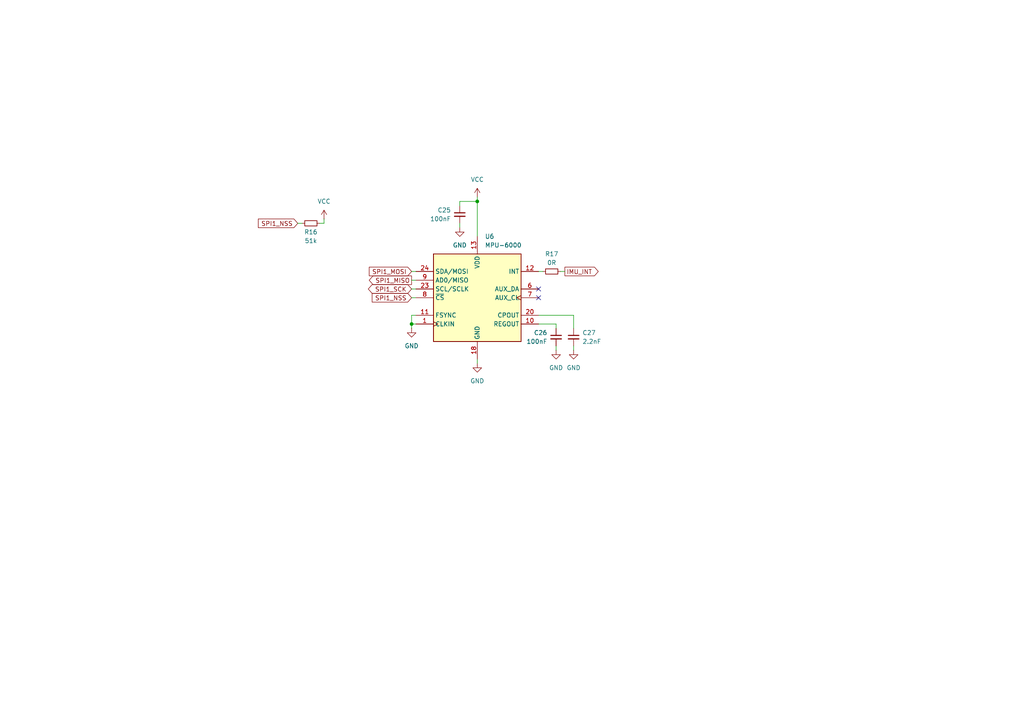
<source format=kicad_sch>
(kicad_sch (version 20231120) (generator "eeschema") (generator_version "8.0")
  (paper "A4")
  (lib_symbols
    (symbol "Device:C_Small" (pin_numbers hide) (pin_names (offset 0.254) hide)
      (property "Reference" "C" (at 0.254 1.778 0))
      (property "Value" "C_Small" (at 0.254 -2.032 0))
      (symbol "C_Small_0_1"
        (polyline (pts (xy -1.524 -0.508) (xy 1.524 -0.508)) (stroke (width 0.3302)))
        (polyline (pts (xy -1.524 0.508) (xy 1.524 0.508)) (stroke (width 0.3048)))
      )
      (symbol "C_Small_1_1"
        (pin passive line (at 0 2.54 270) (length 2.032) (name "~") (number "1"))
        (pin passive line (at 0 -2.54 90) (length 2.032) (name "~") (number "2"))
      )
    )
    (symbol "Device:R_Small" (pin_numbers hide) (pin_names (offset 0.254) hide)
      (property "Reference" "R" (at 0.762 0.508 0))
      (property "Value" "R_Small" (at 0.762 -1.016 0))
      (symbol "R_Small_0_1"
        (rectangle (start -0.762 1.778) (end 0.762 -1.778) (stroke (width 0.2032)))
      )
      (symbol "R_Small_1_1"
        (pin passive line (at 0 2.54 270) (length 0.762) (name "~") (number "1"))
        (pin passive line (at 0 -2.54 90) (length 0.762) (name "~") (number "2"))
      )
    )
    (symbol "Sensor_Motion:MPU-6000"
      (property "Reference" "U" (at -11.43 13.97 0))
      (property "Value" "MPU-6000" (at 7.62 -13.97 0))
      (symbol "MPU-6000_0_1"
        (rectangle (start -12.7 12.7) (end 12.7 -12.7) (stroke (width 0.254)) (fill (type background)))
      )
      (symbol "MPU-6000_1_1"
        (pin input clock (at -17.78 -7.62 0) (length 5.08) (name "CLKIN") (number "1"))
        (pin passive line (at 17.78 -7.62 180) (length 5.08) (name "REGOUT") (number "10"))
        (pin input line (at -17.78 -5.08 0) (length 5.08) (name "FSYNC") (number "11"))
        (pin output line (at 17.78 7.62 180) (length 5.08) (name "INT") (number "12"))
        (pin power_in line (at 0 17.78 270) (length 5.08) (name "VDD") (number "13"))
        (pin power_in line (at 0 -17.78 90) (length 5.08) (name "GND") (number "18"))
        (pin passive line (at 17.78 -5.08 180) (length 5.08) (name "CPOUT") (number "20"))
        (pin input line (at -17.78 2.54 0) (length 5.08) (name "SCL/SCLK") (number "23"))
        (pin bidirectional line (at -17.78 7.62 0) (length 5.08) (name "SDA/MOSI") (number "24"))
        (pin bidirectional line (at 17.78 2.54 180) (length 5.08) (name "AUX_DA") (number "6"))
        (pin output clock (at 17.78 0 180) (length 5.08) (name "AUX_CL") (number "7"))
        (pin input line (at -17.78 0 0) (length 5.08) (name "~{CS}") (number "8"))
        (pin bidirectional line (at -17.78 5.08 0) (length 5.08) (name "AD0/MISO") (number "9"))
      )
    )
    (symbol "power:GND" (power) (pin_numbers hide) (pin_names (offset 0) hide)
      (property "Value" "GND" (at 0 -3.81 0))
      (symbol "GND_0_1"
        (polyline (pts (xy 0 0) (xy 0 -1.27) (xy 1.27 -1.27) (xy 0 -2.54) (xy -1.27 -1.27) (xy 0 -1.27)))
      )
      (symbol "GND_1_1"
        (pin power_in line (at 0 0 270) (length 0) (name "~") (number "1"))
      )
    )
    (symbol "power:VCC" (power) (pin_numbers hide) (pin_names (offset 0) hide)
      (property "Value" "VCC" (at 0 3.556 0))
      (symbol "VCC_0_1"
        (polyline (pts (xy -0.762 1.27) (xy 0 2.54)))
        (polyline (pts (xy 0 0) (xy 0 2.54)))
        (polyline (pts (xy 0 2.54) (xy 0.762 1.27)))
      )
      (symbol "VCC_1_1"
        (pin power_in line (at 0 0 90) (length 0) (name "~") (number "1"))
      )
    )
  )
  (junction (at 138.43 58.42))
  (junction (at 119.38 93.98))
  (no_connect (at 156.21 86.36))
  (no_connect (at 156.21 83.82))
  (wire (pts (xy 119.38 95.25) (xy 119.38 93.98)))
  (wire (pts (xy 93.98 64.77) (xy 93.98 63.5)))
  (wire (pts (xy 138.43 104.14) (xy 138.43 105.41)))
  (wire (pts (xy 133.35 59.69) (xy 133.35 58.42)))
  (wire (pts (xy 161.29 95.25) (xy 161.29 93.98)))
  (wire (pts (xy 86.36 64.77) (xy 87.63 64.77)))
  (wire (pts (xy 133.35 58.42) (xy 138.43 58.42)))
  (wire (pts (xy 133.35 64.77) (xy 133.35 66.04)))
  (wire (pts (xy 119.38 93.98) (xy 119.38 91.44)))
  (wire (pts (xy 166.37 100.33) (xy 166.37 101.6)))
  (wire (pts (xy 156.21 91.44) (xy 166.37 91.44)))
  (wire (pts (xy 156.21 78.74) (xy 157.48 78.74)))
  (wire (pts (xy 93.98 64.77) (xy 92.71 64.77)))
  (wire (pts (xy 119.38 78.74) (xy 120.65 78.74)))
  (wire (pts (xy 119.38 91.44) (xy 120.65 91.44)))
  (wire (pts (xy 161.29 100.33) (xy 161.29 101.6)))
  (wire (pts (xy 161.29 93.98) (xy 156.21 93.98)))
  (wire (pts (xy 162.56 78.74) (xy 163.83 78.74)))
  (wire (pts (xy 119.38 86.36) (xy 120.65 86.36)))
  (wire (pts (xy 119.38 81.28) (xy 120.65 81.28)))
  (wire (pts (xy 119.38 93.98) (xy 120.65 93.98)))
  (wire (pts (xy 119.38 83.82) (xy 120.65 83.82)))
  (wire (pts (xy 138.43 58.42) (xy 138.43 68.58)))
  (wire (pts (xy 166.37 91.44) (xy 166.37 95.25)))
  (wire (pts (xy 138.43 57.15) (xy 138.43 58.42)))
  (global_label "IMU_INT" (shape output) (at 163.83 78.74 0) (property "Intersheetrefs" "${INTERSHEET_REFS}" (effects (hide yes))))
  (global_label "SPI1_MISO" (shape output) (at 119.38 81.28 180) (property "Intersheetrefs" "${INTERSHEET_REFS}" (effects (hide yes))))
  (global_label "SPI1_SCK" (shape bidirectional) (at 119.38 83.82 180) (property "Intersheetrefs" "${INTERSHEET_REFS}" (effects (hide yes))))
  (global_label "SPI1_NSS" (shape input) (at 119.38 86.36 180) (property "Intersheetrefs" "${INTERSHEET_REFS}" (effects (hide yes))))
  (global_label "SPI1_NSS" (shape input) (at 86.36 64.77 180) (property "Intersheetrefs" "${INTERSHEET_REFS}" (effects (hide yes))))
  (global_label "SPI1_MOSI" (shape input) (at 119.38 78.74 180) (property "Intersheetrefs" "${INTERSHEET_REFS}" (effects (hide yes))))
  (symbol (lib_id "Device:R_Small") (at 160.02 78.74 90) (unit 1)
    (property "Reference" "R17" (at 160.02 73.66 90))
    (property "Value" "0R" (at 160.02 76.2 90))
    (property "Footprint" "Resistor_SMD:R_0603_1608Metric" (effects (hide yes)))
    (property "Description" "Resistor, small symbol" (effects (hide yes)))
  )
  (symbol (lib_id "Device:C_Small") (at 161.29 97.79 0) (unit 1)
    (property "Reference" "C26" (at 158.75 96.52 0) (effects (justify right)))
    (property "Value" "100nF" (at 158.75 99.06 0) (effects (justify right)))
    (property "Footprint" "Capacitor_SMD:C_0603_1608Metric" (effects (hide yes)))
    (property "LCSC Part Number" "C57112" (effects (hide yes)))
    (property "LCSC" "C57112" (effects (hide yes)))
  )
  (symbol (lib_id "power:GND") (at 166.37 101.6 0) (unit 1)
    (property "Reference" "#PWR065" (effects (hide yes)))
    (property "Value" "GND" (at 166.37 106.68 0))
  )
  (symbol (lib_id "Device:C_Small") (at 166.37 97.79 0) (mirror y) (unit 1)
    (property "Reference" "C27" (at 168.91 96.52 0) (effects (justify right)))
    (property "Value" "2.2nF" (at 168.91 99.06 0) (effects (justify right)))
    (property "Footprint" "Capacitor_SMD:C_0603_1608Metric" (effects (hide yes)))
    (property "LCSC Part Number" "C57112" (effects (hide yes)))
    (property "LCSC" "C57112" (effects (hide yes)))
  )
  (symbol (lib_id "power:GND") (at 133.35 66.04 0) (unit 1)
    (property "Reference" "#PWR062" (effects (hide yes)))
    (property "Value" "GND" (at 133.35 71.12 0))
  )
  (symbol (lib_id "power:GND") (at 161.29 101.6 0) (unit 1)
    (property "Reference" "#PWR064" (effects (hide yes)))
    (property "Value" "GND" (at 161.29 106.68 0))
  )
  (symbol (lib_id "power:VCC") (at 138.43 57.15 0) (unit 1)
    (property "Reference" "#PWR060" (effects (hide yes)))
    (property "Value" "VCC" (at 138.43 52.07 0))
    (property "Description" "Power symbol creates a global label with name \"VCC\"" (effects (hide yes)))
  )
  (symbol (lib_id "Sensor_Motion:MPU-6000") (at 138.43 86.36 0) (unit 1)
    (property "Reference" "U6" (at 140.6241 68.58 0) (effects (justify left)))
    (property "Value" "MPU-6000" (at 140.6241 71.12 0) (effects (justify left)))
    (property "Footprint" "Sensor_Motion:InvenSense_QFN-24_4x4mm_P0.5mm" (effects (hide yes)))
    (property "Datasheet" "https://invensense.tdk.com/wp-content/uploads/2015/02/MPU-6000-Datasheet1.pdf" (effects (hide yes)))
    (property "Description" "InvenSense 6-Axis Motion Sensor, Gyroscope, Accelerometer, I2C/SPI" (effects (hide yes)))
  )
  (symbol (lib_id "power:VCC") (at 93.98 63.5 0) (mirror y) (unit 1)
    (property "Reference" "#PWR061" (effects (hide yes)))
    (property "Value" "VCC" (at 93.98 58.42 0))
    (property "Description" "Power symbol creates a global label with name \"VCC\"" (effects (hide yes)))
  )
  (symbol (lib_id "power:GND") (at 138.43 105.41 0) (unit 1)
    (property "Reference" "#PWR066" (effects (hide yes)))
    (property "Value" "GND" (at 138.43 110.49 0))
    (property "Description" "Power symbol creates a global label with name \"GND\" , ground" (effects (hide yes)))
  )
  (symbol (lib_id "power:GND") (at 119.38 95.25 0) (unit 1)
    (property "Reference" "#PWR063" (effects (hide yes)))
    (property "Value" "GND" (at 119.38 100.33 0))
    (property "Description" "Power symbol creates a global label with name \"GND\" , ground" (effects (hide yes)))
  )
  (symbol (lib_id "Device:R_Small") (at 90.17 64.77 90) (mirror x) (unit 1)
    (property "Reference" "R16" (at 90.17 67.31 90))
    (property "Value" "51k" (at 90.17 69.85 90))
    (property "Footprint" "Resistor_SMD:R_0603_1608Metric" (effects (hide yes)))
    (property "Description" "Resistor, small symbol" (effects (hide yes)))
  )
  (symbol (lib_id "Device:C_Small") (at 133.35 62.23 0) (unit 1)
    (property "Reference" "C25" (at 130.81 60.96 0) (effects (justify right)))
    (property "Value" "100nF" (at 130.81 63.5 0) (effects (justify right)))
    (property "Footprint" "Capacitor_SMD:C_0603_1608Metric" (effects (hide yes)))
    (property "LCSC Part Number" "C57112" (effects (hide yes)))
    (property "LCSC" "C57112" (effects (hide yes)))
  )
)
</source>
